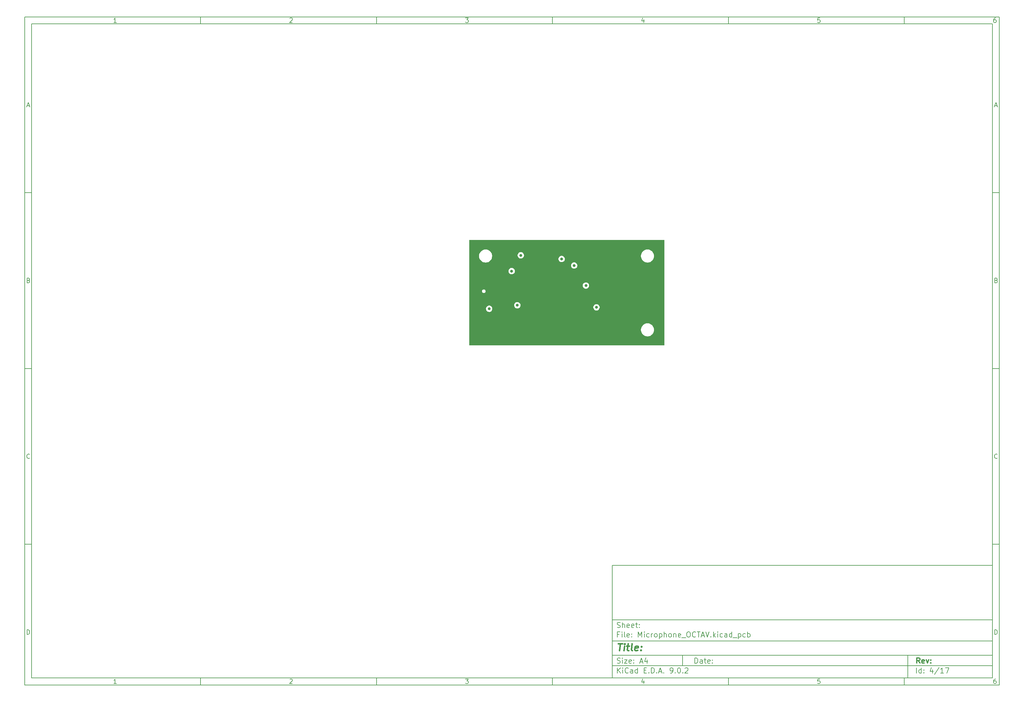
<source format=gbr>
%TF.GenerationSoftware,KiCad,Pcbnew,9.0.2*%
%TF.CreationDate,2025-08-29T05:40:04+02:00*%
%TF.ProjectId,Microphone_OCTAV,4d696372-6f70-4686-9f6e-655f4f435441,rev?*%
%TF.SameCoordinates,Original*%
%TF.FileFunction,Copper,L4,Bot*%
%TF.FilePolarity,Positive*%
%FSLAX46Y46*%
G04 Gerber Fmt 4.6, Leading zero omitted, Abs format (unit mm)*
G04 Created by KiCad (PCBNEW 9.0.2) date 2025-08-29 05:40:04*
%MOMM*%
%LPD*%
G01*
G04 APERTURE LIST*
%ADD10C,0.100000*%
%ADD11C,0.150000*%
%ADD12C,0.300000*%
%ADD13C,0.400000*%
%TA.AperFunction,ViaPad*%
%ADD14C,0.800000*%
%TD*%
G04 APERTURE END LIST*
D10*
D11*
X177002200Y-166007200D02*
X285002200Y-166007200D01*
X285002200Y-198007200D01*
X177002200Y-198007200D01*
X177002200Y-166007200D01*
D10*
D11*
X10000000Y-10000000D02*
X287002200Y-10000000D01*
X287002200Y-200007200D01*
X10000000Y-200007200D01*
X10000000Y-10000000D01*
D10*
D11*
X12000000Y-12000000D02*
X285002200Y-12000000D01*
X285002200Y-198007200D01*
X12000000Y-198007200D01*
X12000000Y-12000000D01*
D10*
D11*
X60000000Y-12000000D02*
X60000000Y-10000000D01*
D10*
D11*
X110000000Y-12000000D02*
X110000000Y-10000000D01*
D10*
D11*
X160000000Y-12000000D02*
X160000000Y-10000000D01*
D10*
D11*
X210000000Y-12000000D02*
X210000000Y-10000000D01*
D10*
D11*
X260000000Y-12000000D02*
X260000000Y-10000000D01*
D10*
D11*
X36089160Y-11593604D02*
X35346303Y-11593604D01*
X35717731Y-11593604D02*
X35717731Y-10293604D01*
X35717731Y-10293604D02*
X35593922Y-10479319D01*
X35593922Y-10479319D02*
X35470112Y-10603128D01*
X35470112Y-10603128D02*
X35346303Y-10665033D01*
D10*
D11*
X85346303Y-10417414D02*
X85408207Y-10355509D01*
X85408207Y-10355509D02*
X85532017Y-10293604D01*
X85532017Y-10293604D02*
X85841541Y-10293604D01*
X85841541Y-10293604D02*
X85965350Y-10355509D01*
X85965350Y-10355509D02*
X86027255Y-10417414D01*
X86027255Y-10417414D02*
X86089160Y-10541223D01*
X86089160Y-10541223D02*
X86089160Y-10665033D01*
X86089160Y-10665033D02*
X86027255Y-10850747D01*
X86027255Y-10850747D02*
X85284398Y-11593604D01*
X85284398Y-11593604D02*
X86089160Y-11593604D01*
D10*
D11*
X135284398Y-10293604D02*
X136089160Y-10293604D01*
X136089160Y-10293604D02*
X135655826Y-10788842D01*
X135655826Y-10788842D02*
X135841541Y-10788842D01*
X135841541Y-10788842D02*
X135965350Y-10850747D01*
X135965350Y-10850747D02*
X136027255Y-10912652D01*
X136027255Y-10912652D02*
X136089160Y-11036461D01*
X136089160Y-11036461D02*
X136089160Y-11345985D01*
X136089160Y-11345985D02*
X136027255Y-11469795D01*
X136027255Y-11469795D02*
X135965350Y-11531700D01*
X135965350Y-11531700D02*
X135841541Y-11593604D01*
X135841541Y-11593604D02*
X135470112Y-11593604D01*
X135470112Y-11593604D02*
X135346303Y-11531700D01*
X135346303Y-11531700D02*
X135284398Y-11469795D01*
D10*
D11*
X185965350Y-10726938D02*
X185965350Y-11593604D01*
X185655826Y-10231700D02*
X185346303Y-11160271D01*
X185346303Y-11160271D02*
X186151064Y-11160271D01*
D10*
D11*
X236027255Y-10293604D02*
X235408207Y-10293604D01*
X235408207Y-10293604D02*
X235346303Y-10912652D01*
X235346303Y-10912652D02*
X235408207Y-10850747D01*
X235408207Y-10850747D02*
X235532017Y-10788842D01*
X235532017Y-10788842D02*
X235841541Y-10788842D01*
X235841541Y-10788842D02*
X235965350Y-10850747D01*
X235965350Y-10850747D02*
X236027255Y-10912652D01*
X236027255Y-10912652D02*
X236089160Y-11036461D01*
X236089160Y-11036461D02*
X236089160Y-11345985D01*
X236089160Y-11345985D02*
X236027255Y-11469795D01*
X236027255Y-11469795D02*
X235965350Y-11531700D01*
X235965350Y-11531700D02*
X235841541Y-11593604D01*
X235841541Y-11593604D02*
X235532017Y-11593604D01*
X235532017Y-11593604D02*
X235408207Y-11531700D01*
X235408207Y-11531700D02*
X235346303Y-11469795D01*
D10*
D11*
X285965350Y-10293604D02*
X285717731Y-10293604D01*
X285717731Y-10293604D02*
X285593922Y-10355509D01*
X285593922Y-10355509D02*
X285532017Y-10417414D01*
X285532017Y-10417414D02*
X285408207Y-10603128D01*
X285408207Y-10603128D02*
X285346303Y-10850747D01*
X285346303Y-10850747D02*
X285346303Y-11345985D01*
X285346303Y-11345985D02*
X285408207Y-11469795D01*
X285408207Y-11469795D02*
X285470112Y-11531700D01*
X285470112Y-11531700D02*
X285593922Y-11593604D01*
X285593922Y-11593604D02*
X285841541Y-11593604D01*
X285841541Y-11593604D02*
X285965350Y-11531700D01*
X285965350Y-11531700D02*
X286027255Y-11469795D01*
X286027255Y-11469795D02*
X286089160Y-11345985D01*
X286089160Y-11345985D02*
X286089160Y-11036461D01*
X286089160Y-11036461D02*
X286027255Y-10912652D01*
X286027255Y-10912652D02*
X285965350Y-10850747D01*
X285965350Y-10850747D02*
X285841541Y-10788842D01*
X285841541Y-10788842D02*
X285593922Y-10788842D01*
X285593922Y-10788842D02*
X285470112Y-10850747D01*
X285470112Y-10850747D02*
X285408207Y-10912652D01*
X285408207Y-10912652D02*
X285346303Y-11036461D01*
D10*
D11*
X60000000Y-198007200D02*
X60000000Y-200007200D01*
D10*
D11*
X110000000Y-198007200D02*
X110000000Y-200007200D01*
D10*
D11*
X160000000Y-198007200D02*
X160000000Y-200007200D01*
D10*
D11*
X210000000Y-198007200D02*
X210000000Y-200007200D01*
D10*
D11*
X260000000Y-198007200D02*
X260000000Y-200007200D01*
D10*
D11*
X36089160Y-199600804D02*
X35346303Y-199600804D01*
X35717731Y-199600804D02*
X35717731Y-198300804D01*
X35717731Y-198300804D02*
X35593922Y-198486519D01*
X35593922Y-198486519D02*
X35470112Y-198610328D01*
X35470112Y-198610328D02*
X35346303Y-198672233D01*
D10*
D11*
X85346303Y-198424614D02*
X85408207Y-198362709D01*
X85408207Y-198362709D02*
X85532017Y-198300804D01*
X85532017Y-198300804D02*
X85841541Y-198300804D01*
X85841541Y-198300804D02*
X85965350Y-198362709D01*
X85965350Y-198362709D02*
X86027255Y-198424614D01*
X86027255Y-198424614D02*
X86089160Y-198548423D01*
X86089160Y-198548423D02*
X86089160Y-198672233D01*
X86089160Y-198672233D02*
X86027255Y-198857947D01*
X86027255Y-198857947D02*
X85284398Y-199600804D01*
X85284398Y-199600804D02*
X86089160Y-199600804D01*
D10*
D11*
X135284398Y-198300804D02*
X136089160Y-198300804D01*
X136089160Y-198300804D02*
X135655826Y-198796042D01*
X135655826Y-198796042D02*
X135841541Y-198796042D01*
X135841541Y-198796042D02*
X135965350Y-198857947D01*
X135965350Y-198857947D02*
X136027255Y-198919852D01*
X136027255Y-198919852D02*
X136089160Y-199043661D01*
X136089160Y-199043661D02*
X136089160Y-199353185D01*
X136089160Y-199353185D02*
X136027255Y-199476995D01*
X136027255Y-199476995D02*
X135965350Y-199538900D01*
X135965350Y-199538900D02*
X135841541Y-199600804D01*
X135841541Y-199600804D02*
X135470112Y-199600804D01*
X135470112Y-199600804D02*
X135346303Y-199538900D01*
X135346303Y-199538900D02*
X135284398Y-199476995D01*
D10*
D11*
X185965350Y-198734138D02*
X185965350Y-199600804D01*
X185655826Y-198238900D02*
X185346303Y-199167471D01*
X185346303Y-199167471D02*
X186151064Y-199167471D01*
D10*
D11*
X236027255Y-198300804D02*
X235408207Y-198300804D01*
X235408207Y-198300804D02*
X235346303Y-198919852D01*
X235346303Y-198919852D02*
X235408207Y-198857947D01*
X235408207Y-198857947D02*
X235532017Y-198796042D01*
X235532017Y-198796042D02*
X235841541Y-198796042D01*
X235841541Y-198796042D02*
X235965350Y-198857947D01*
X235965350Y-198857947D02*
X236027255Y-198919852D01*
X236027255Y-198919852D02*
X236089160Y-199043661D01*
X236089160Y-199043661D02*
X236089160Y-199353185D01*
X236089160Y-199353185D02*
X236027255Y-199476995D01*
X236027255Y-199476995D02*
X235965350Y-199538900D01*
X235965350Y-199538900D02*
X235841541Y-199600804D01*
X235841541Y-199600804D02*
X235532017Y-199600804D01*
X235532017Y-199600804D02*
X235408207Y-199538900D01*
X235408207Y-199538900D02*
X235346303Y-199476995D01*
D10*
D11*
X285965350Y-198300804D02*
X285717731Y-198300804D01*
X285717731Y-198300804D02*
X285593922Y-198362709D01*
X285593922Y-198362709D02*
X285532017Y-198424614D01*
X285532017Y-198424614D02*
X285408207Y-198610328D01*
X285408207Y-198610328D02*
X285346303Y-198857947D01*
X285346303Y-198857947D02*
X285346303Y-199353185D01*
X285346303Y-199353185D02*
X285408207Y-199476995D01*
X285408207Y-199476995D02*
X285470112Y-199538900D01*
X285470112Y-199538900D02*
X285593922Y-199600804D01*
X285593922Y-199600804D02*
X285841541Y-199600804D01*
X285841541Y-199600804D02*
X285965350Y-199538900D01*
X285965350Y-199538900D02*
X286027255Y-199476995D01*
X286027255Y-199476995D02*
X286089160Y-199353185D01*
X286089160Y-199353185D02*
X286089160Y-199043661D01*
X286089160Y-199043661D02*
X286027255Y-198919852D01*
X286027255Y-198919852D02*
X285965350Y-198857947D01*
X285965350Y-198857947D02*
X285841541Y-198796042D01*
X285841541Y-198796042D02*
X285593922Y-198796042D01*
X285593922Y-198796042D02*
X285470112Y-198857947D01*
X285470112Y-198857947D02*
X285408207Y-198919852D01*
X285408207Y-198919852D02*
X285346303Y-199043661D01*
D10*
D11*
X10000000Y-60000000D02*
X12000000Y-60000000D01*
D10*
D11*
X10000000Y-110000000D02*
X12000000Y-110000000D01*
D10*
D11*
X10000000Y-160000000D02*
X12000000Y-160000000D01*
D10*
D11*
X10690476Y-35222176D02*
X11309523Y-35222176D01*
X10566666Y-35593604D02*
X10999999Y-34293604D01*
X10999999Y-34293604D02*
X11433333Y-35593604D01*
D10*
D11*
X11092857Y-84912652D02*
X11278571Y-84974557D01*
X11278571Y-84974557D02*
X11340476Y-85036461D01*
X11340476Y-85036461D02*
X11402380Y-85160271D01*
X11402380Y-85160271D02*
X11402380Y-85345985D01*
X11402380Y-85345985D02*
X11340476Y-85469795D01*
X11340476Y-85469795D02*
X11278571Y-85531700D01*
X11278571Y-85531700D02*
X11154761Y-85593604D01*
X11154761Y-85593604D02*
X10659523Y-85593604D01*
X10659523Y-85593604D02*
X10659523Y-84293604D01*
X10659523Y-84293604D02*
X11092857Y-84293604D01*
X11092857Y-84293604D02*
X11216666Y-84355509D01*
X11216666Y-84355509D02*
X11278571Y-84417414D01*
X11278571Y-84417414D02*
X11340476Y-84541223D01*
X11340476Y-84541223D02*
X11340476Y-84665033D01*
X11340476Y-84665033D02*
X11278571Y-84788842D01*
X11278571Y-84788842D02*
X11216666Y-84850747D01*
X11216666Y-84850747D02*
X11092857Y-84912652D01*
X11092857Y-84912652D02*
X10659523Y-84912652D01*
D10*
D11*
X11402380Y-135469795D02*
X11340476Y-135531700D01*
X11340476Y-135531700D02*
X11154761Y-135593604D01*
X11154761Y-135593604D02*
X11030952Y-135593604D01*
X11030952Y-135593604D02*
X10845238Y-135531700D01*
X10845238Y-135531700D02*
X10721428Y-135407890D01*
X10721428Y-135407890D02*
X10659523Y-135284080D01*
X10659523Y-135284080D02*
X10597619Y-135036461D01*
X10597619Y-135036461D02*
X10597619Y-134850747D01*
X10597619Y-134850747D02*
X10659523Y-134603128D01*
X10659523Y-134603128D02*
X10721428Y-134479319D01*
X10721428Y-134479319D02*
X10845238Y-134355509D01*
X10845238Y-134355509D02*
X11030952Y-134293604D01*
X11030952Y-134293604D02*
X11154761Y-134293604D01*
X11154761Y-134293604D02*
X11340476Y-134355509D01*
X11340476Y-134355509D02*
X11402380Y-134417414D01*
D10*
D11*
X10659523Y-185593604D02*
X10659523Y-184293604D01*
X10659523Y-184293604D02*
X10969047Y-184293604D01*
X10969047Y-184293604D02*
X11154761Y-184355509D01*
X11154761Y-184355509D02*
X11278571Y-184479319D01*
X11278571Y-184479319D02*
X11340476Y-184603128D01*
X11340476Y-184603128D02*
X11402380Y-184850747D01*
X11402380Y-184850747D02*
X11402380Y-185036461D01*
X11402380Y-185036461D02*
X11340476Y-185284080D01*
X11340476Y-185284080D02*
X11278571Y-185407890D01*
X11278571Y-185407890D02*
X11154761Y-185531700D01*
X11154761Y-185531700D02*
X10969047Y-185593604D01*
X10969047Y-185593604D02*
X10659523Y-185593604D01*
D10*
D11*
X287002200Y-60000000D02*
X285002200Y-60000000D01*
D10*
D11*
X287002200Y-110000000D02*
X285002200Y-110000000D01*
D10*
D11*
X287002200Y-160000000D02*
X285002200Y-160000000D01*
D10*
D11*
X285692676Y-35222176D02*
X286311723Y-35222176D01*
X285568866Y-35593604D02*
X286002199Y-34293604D01*
X286002199Y-34293604D02*
X286435533Y-35593604D01*
D10*
D11*
X286095057Y-84912652D02*
X286280771Y-84974557D01*
X286280771Y-84974557D02*
X286342676Y-85036461D01*
X286342676Y-85036461D02*
X286404580Y-85160271D01*
X286404580Y-85160271D02*
X286404580Y-85345985D01*
X286404580Y-85345985D02*
X286342676Y-85469795D01*
X286342676Y-85469795D02*
X286280771Y-85531700D01*
X286280771Y-85531700D02*
X286156961Y-85593604D01*
X286156961Y-85593604D02*
X285661723Y-85593604D01*
X285661723Y-85593604D02*
X285661723Y-84293604D01*
X285661723Y-84293604D02*
X286095057Y-84293604D01*
X286095057Y-84293604D02*
X286218866Y-84355509D01*
X286218866Y-84355509D02*
X286280771Y-84417414D01*
X286280771Y-84417414D02*
X286342676Y-84541223D01*
X286342676Y-84541223D02*
X286342676Y-84665033D01*
X286342676Y-84665033D02*
X286280771Y-84788842D01*
X286280771Y-84788842D02*
X286218866Y-84850747D01*
X286218866Y-84850747D02*
X286095057Y-84912652D01*
X286095057Y-84912652D02*
X285661723Y-84912652D01*
D10*
D11*
X286404580Y-135469795D02*
X286342676Y-135531700D01*
X286342676Y-135531700D02*
X286156961Y-135593604D01*
X286156961Y-135593604D02*
X286033152Y-135593604D01*
X286033152Y-135593604D02*
X285847438Y-135531700D01*
X285847438Y-135531700D02*
X285723628Y-135407890D01*
X285723628Y-135407890D02*
X285661723Y-135284080D01*
X285661723Y-135284080D02*
X285599819Y-135036461D01*
X285599819Y-135036461D02*
X285599819Y-134850747D01*
X285599819Y-134850747D02*
X285661723Y-134603128D01*
X285661723Y-134603128D02*
X285723628Y-134479319D01*
X285723628Y-134479319D02*
X285847438Y-134355509D01*
X285847438Y-134355509D02*
X286033152Y-134293604D01*
X286033152Y-134293604D02*
X286156961Y-134293604D01*
X286156961Y-134293604D02*
X286342676Y-134355509D01*
X286342676Y-134355509D02*
X286404580Y-134417414D01*
D10*
D11*
X285661723Y-185593604D02*
X285661723Y-184293604D01*
X285661723Y-184293604D02*
X285971247Y-184293604D01*
X285971247Y-184293604D02*
X286156961Y-184355509D01*
X286156961Y-184355509D02*
X286280771Y-184479319D01*
X286280771Y-184479319D02*
X286342676Y-184603128D01*
X286342676Y-184603128D02*
X286404580Y-184850747D01*
X286404580Y-184850747D02*
X286404580Y-185036461D01*
X286404580Y-185036461D02*
X286342676Y-185284080D01*
X286342676Y-185284080D02*
X286280771Y-185407890D01*
X286280771Y-185407890D02*
X286156961Y-185531700D01*
X286156961Y-185531700D02*
X285971247Y-185593604D01*
X285971247Y-185593604D02*
X285661723Y-185593604D01*
D10*
D11*
X200458026Y-193793328D02*
X200458026Y-192293328D01*
X200458026Y-192293328D02*
X200815169Y-192293328D01*
X200815169Y-192293328D02*
X201029455Y-192364757D01*
X201029455Y-192364757D02*
X201172312Y-192507614D01*
X201172312Y-192507614D02*
X201243741Y-192650471D01*
X201243741Y-192650471D02*
X201315169Y-192936185D01*
X201315169Y-192936185D02*
X201315169Y-193150471D01*
X201315169Y-193150471D02*
X201243741Y-193436185D01*
X201243741Y-193436185D02*
X201172312Y-193579042D01*
X201172312Y-193579042D02*
X201029455Y-193721900D01*
X201029455Y-193721900D02*
X200815169Y-193793328D01*
X200815169Y-193793328D02*
X200458026Y-193793328D01*
X202600884Y-193793328D02*
X202600884Y-193007614D01*
X202600884Y-193007614D02*
X202529455Y-192864757D01*
X202529455Y-192864757D02*
X202386598Y-192793328D01*
X202386598Y-192793328D02*
X202100884Y-192793328D01*
X202100884Y-192793328D02*
X201958026Y-192864757D01*
X202600884Y-193721900D02*
X202458026Y-193793328D01*
X202458026Y-193793328D02*
X202100884Y-193793328D01*
X202100884Y-193793328D02*
X201958026Y-193721900D01*
X201958026Y-193721900D02*
X201886598Y-193579042D01*
X201886598Y-193579042D02*
X201886598Y-193436185D01*
X201886598Y-193436185D02*
X201958026Y-193293328D01*
X201958026Y-193293328D02*
X202100884Y-193221900D01*
X202100884Y-193221900D02*
X202458026Y-193221900D01*
X202458026Y-193221900D02*
X202600884Y-193150471D01*
X203100884Y-192793328D02*
X203672312Y-192793328D01*
X203315169Y-192293328D02*
X203315169Y-193579042D01*
X203315169Y-193579042D02*
X203386598Y-193721900D01*
X203386598Y-193721900D02*
X203529455Y-193793328D01*
X203529455Y-193793328D02*
X203672312Y-193793328D01*
X204743741Y-193721900D02*
X204600884Y-193793328D01*
X204600884Y-193793328D02*
X204315170Y-193793328D01*
X204315170Y-193793328D02*
X204172312Y-193721900D01*
X204172312Y-193721900D02*
X204100884Y-193579042D01*
X204100884Y-193579042D02*
X204100884Y-193007614D01*
X204100884Y-193007614D02*
X204172312Y-192864757D01*
X204172312Y-192864757D02*
X204315170Y-192793328D01*
X204315170Y-192793328D02*
X204600884Y-192793328D01*
X204600884Y-192793328D02*
X204743741Y-192864757D01*
X204743741Y-192864757D02*
X204815170Y-193007614D01*
X204815170Y-193007614D02*
X204815170Y-193150471D01*
X204815170Y-193150471D02*
X204100884Y-193293328D01*
X205458026Y-193650471D02*
X205529455Y-193721900D01*
X205529455Y-193721900D02*
X205458026Y-193793328D01*
X205458026Y-193793328D02*
X205386598Y-193721900D01*
X205386598Y-193721900D02*
X205458026Y-193650471D01*
X205458026Y-193650471D02*
X205458026Y-193793328D01*
X205458026Y-192864757D02*
X205529455Y-192936185D01*
X205529455Y-192936185D02*
X205458026Y-193007614D01*
X205458026Y-193007614D02*
X205386598Y-192936185D01*
X205386598Y-192936185D02*
X205458026Y-192864757D01*
X205458026Y-192864757D02*
X205458026Y-193007614D01*
D10*
D11*
X177002200Y-194507200D02*
X285002200Y-194507200D01*
D10*
D11*
X178458026Y-196593328D02*
X178458026Y-195093328D01*
X179315169Y-196593328D02*
X178672312Y-195736185D01*
X179315169Y-195093328D02*
X178458026Y-195950471D01*
X179958026Y-196593328D02*
X179958026Y-195593328D01*
X179958026Y-195093328D02*
X179886598Y-195164757D01*
X179886598Y-195164757D02*
X179958026Y-195236185D01*
X179958026Y-195236185D02*
X180029455Y-195164757D01*
X180029455Y-195164757D02*
X179958026Y-195093328D01*
X179958026Y-195093328D02*
X179958026Y-195236185D01*
X181529455Y-196450471D02*
X181458027Y-196521900D01*
X181458027Y-196521900D02*
X181243741Y-196593328D01*
X181243741Y-196593328D02*
X181100884Y-196593328D01*
X181100884Y-196593328D02*
X180886598Y-196521900D01*
X180886598Y-196521900D02*
X180743741Y-196379042D01*
X180743741Y-196379042D02*
X180672312Y-196236185D01*
X180672312Y-196236185D02*
X180600884Y-195950471D01*
X180600884Y-195950471D02*
X180600884Y-195736185D01*
X180600884Y-195736185D02*
X180672312Y-195450471D01*
X180672312Y-195450471D02*
X180743741Y-195307614D01*
X180743741Y-195307614D02*
X180886598Y-195164757D01*
X180886598Y-195164757D02*
X181100884Y-195093328D01*
X181100884Y-195093328D02*
X181243741Y-195093328D01*
X181243741Y-195093328D02*
X181458027Y-195164757D01*
X181458027Y-195164757D02*
X181529455Y-195236185D01*
X182815170Y-196593328D02*
X182815170Y-195807614D01*
X182815170Y-195807614D02*
X182743741Y-195664757D01*
X182743741Y-195664757D02*
X182600884Y-195593328D01*
X182600884Y-195593328D02*
X182315170Y-195593328D01*
X182315170Y-195593328D02*
X182172312Y-195664757D01*
X182815170Y-196521900D02*
X182672312Y-196593328D01*
X182672312Y-196593328D02*
X182315170Y-196593328D01*
X182315170Y-196593328D02*
X182172312Y-196521900D01*
X182172312Y-196521900D02*
X182100884Y-196379042D01*
X182100884Y-196379042D02*
X182100884Y-196236185D01*
X182100884Y-196236185D02*
X182172312Y-196093328D01*
X182172312Y-196093328D02*
X182315170Y-196021900D01*
X182315170Y-196021900D02*
X182672312Y-196021900D01*
X182672312Y-196021900D02*
X182815170Y-195950471D01*
X184172313Y-196593328D02*
X184172313Y-195093328D01*
X184172313Y-196521900D02*
X184029455Y-196593328D01*
X184029455Y-196593328D02*
X183743741Y-196593328D01*
X183743741Y-196593328D02*
X183600884Y-196521900D01*
X183600884Y-196521900D02*
X183529455Y-196450471D01*
X183529455Y-196450471D02*
X183458027Y-196307614D01*
X183458027Y-196307614D02*
X183458027Y-195879042D01*
X183458027Y-195879042D02*
X183529455Y-195736185D01*
X183529455Y-195736185D02*
X183600884Y-195664757D01*
X183600884Y-195664757D02*
X183743741Y-195593328D01*
X183743741Y-195593328D02*
X184029455Y-195593328D01*
X184029455Y-195593328D02*
X184172313Y-195664757D01*
X186029455Y-195807614D02*
X186529455Y-195807614D01*
X186743741Y-196593328D02*
X186029455Y-196593328D01*
X186029455Y-196593328D02*
X186029455Y-195093328D01*
X186029455Y-195093328D02*
X186743741Y-195093328D01*
X187386598Y-196450471D02*
X187458027Y-196521900D01*
X187458027Y-196521900D02*
X187386598Y-196593328D01*
X187386598Y-196593328D02*
X187315170Y-196521900D01*
X187315170Y-196521900D02*
X187386598Y-196450471D01*
X187386598Y-196450471D02*
X187386598Y-196593328D01*
X188100884Y-196593328D02*
X188100884Y-195093328D01*
X188100884Y-195093328D02*
X188458027Y-195093328D01*
X188458027Y-195093328D02*
X188672313Y-195164757D01*
X188672313Y-195164757D02*
X188815170Y-195307614D01*
X188815170Y-195307614D02*
X188886599Y-195450471D01*
X188886599Y-195450471D02*
X188958027Y-195736185D01*
X188958027Y-195736185D02*
X188958027Y-195950471D01*
X188958027Y-195950471D02*
X188886599Y-196236185D01*
X188886599Y-196236185D02*
X188815170Y-196379042D01*
X188815170Y-196379042D02*
X188672313Y-196521900D01*
X188672313Y-196521900D02*
X188458027Y-196593328D01*
X188458027Y-196593328D02*
X188100884Y-196593328D01*
X189600884Y-196450471D02*
X189672313Y-196521900D01*
X189672313Y-196521900D02*
X189600884Y-196593328D01*
X189600884Y-196593328D02*
X189529456Y-196521900D01*
X189529456Y-196521900D02*
X189600884Y-196450471D01*
X189600884Y-196450471D02*
X189600884Y-196593328D01*
X190243742Y-196164757D02*
X190958028Y-196164757D01*
X190100885Y-196593328D02*
X190600885Y-195093328D01*
X190600885Y-195093328D02*
X191100885Y-196593328D01*
X191600884Y-196450471D02*
X191672313Y-196521900D01*
X191672313Y-196521900D02*
X191600884Y-196593328D01*
X191600884Y-196593328D02*
X191529456Y-196521900D01*
X191529456Y-196521900D02*
X191600884Y-196450471D01*
X191600884Y-196450471D02*
X191600884Y-196593328D01*
X193529456Y-196593328D02*
X193815170Y-196593328D01*
X193815170Y-196593328D02*
X193958027Y-196521900D01*
X193958027Y-196521900D02*
X194029456Y-196450471D01*
X194029456Y-196450471D02*
X194172313Y-196236185D01*
X194172313Y-196236185D02*
X194243742Y-195950471D01*
X194243742Y-195950471D02*
X194243742Y-195379042D01*
X194243742Y-195379042D02*
X194172313Y-195236185D01*
X194172313Y-195236185D02*
X194100885Y-195164757D01*
X194100885Y-195164757D02*
X193958027Y-195093328D01*
X193958027Y-195093328D02*
X193672313Y-195093328D01*
X193672313Y-195093328D02*
X193529456Y-195164757D01*
X193529456Y-195164757D02*
X193458027Y-195236185D01*
X193458027Y-195236185D02*
X193386599Y-195379042D01*
X193386599Y-195379042D02*
X193386599Y-195736185D01*
X193386599Y-195736185D02*
X193458027Y-195879042D01*
X193458027Y-195879042D02*
X193529456Y-195950471D01*
X193529456Y-195950471D02*
X193672313Y-196021900D01*
X193672313Y-196021900D02*
X193958027Y-196021900D01*
X193958027Y-196021900D02*
X194100885Y-195950471D01*
X194100885Y-195950471D02*
X194172313Y-195879042D01*
X194172313Y-195879042D02*
X194243742Y-195736185D01*
X194886598Y-196450471D02*
X194958027Y-196521900D01*
X194958027Y-196521900D02*
X194886598Y-196593328D01*
X194886598Y-196593328D02*
X194815170Y-196521900D01*
X194815170Y-196521900D02*
X194886598Y-196450471D01*
X194886598Y-196450471D02*
X194886598Y-196593328D01*
X195886599Y-195093328D02*
X196029456Y-195093328D01*
X196029456Y-195093328D02*
X196172313Y-195164757D01*
X196172313Y-195164757D02*
X196243742Y-195236185D01*
X196243742Y-195236185D02*
X196315170Y-195379042D01*
X196315170Y-195379042D02*
X196386599Y-195664757D01*
X196386599Y-195664757D02*
X196386599Y-196021900D01*
X196386599Y-196021900D02*
X196315170Y-196307614D01*
X196315170Y-196307614D02*
X196243742Y-196450471D01*
X196243742Y-196450471D02*
X196172313Y-196521900D01*
X196172313Y-196521900D02*
X196029456Y-196593328D01*
X196029456Y-196593328D02*
X195886599Y-196593328D01*
X195886599Y-196593328D02*
X195743742Y-196521900D01*
X195743742Y-196521900D02*
X195672313Y-196450471D01*
X195672313Y-196450471D02*
X195600884Y-196307614D01*
X195600884Y-196307614D02*
X195529456Y-196021900D01*
X195529456Y-196021900D02*
X195529456Y-195664757D01*
X195529456Y-195664757D02*
X195600884Y-195379042D01*
X195600884Y-195379042D02*
X195672313Y-195236185D01*
X195672313Y-195236185D02*
X195743742Y-195164757D01*
X195743742Y-195164757D02*
X195886599Y-195093328D01*
X197029455Y-196450471D02*
X197100884Y-196521900D01*
X197100884Y-196521900D02*
X197029455Y-196593328D01*
X197029455Y-196593328D02*
X196958027Y-196521900D01*
X196958027Y-196521900D02*
X197029455Y-196450471D01*
X197029455Y-196450471D02*
X197029455Y-196593328D01*
X197672313Y-195236185D02*
X197743741Y-195164757D01*
X197743741Y-195164757D02*
X197886599Y-195093328D01*
X197886599Y-195093328D02*
X198243741Y-195093328D01*
X198243741Y-195093328D02*
X198386599Y-195164757D01*
X198386599Y-195164757D02*
X198458027Y-195236185D01*
X198458027Y-195236185D02*
X198529456Y-195379042D01*
X198529456Y-195379042D02*
X198529456Y-195521900D01*
X198529456Y-195521900D02*
X198458027Y-195736185D01*
X198458027Y-195736185D02*
X197600884Y-196593328D01*
X197600884Y-196593328D02*
X198529456Y-196593328D01*
D10*
D11*
X177002200Y-191507200D02*
X285002200Y-191507200D01*
D10*
D12*
X264413853Y-193785528D02*
X263913853Y-193071242D01*
X263556710Y-193785528D02*
X263556710Y-192285528D01*
X263556710Y-192285528D02*
X264128139Y-192285528D01*
X264128139Y-192285528D02*
X264270996Y-192356957D01*
X264270996Y-192356957D02*
X264342425Y-192428385D01*
X264342425Y-192428385D02*
X264413853Y-192571242D01*
X264413853Y-192571242D02*
X264413853Y-192785528D01*
X264413853Y-192785528D02*
X264342425Y-192928385D01*
X264342425Y-192928385D02*
X264270996Y-192999814D01*
X264270996Y-192999814D02*
X264128139Y-193071242D01*
X264128139Y-193071242D02*
X263556710Y-193071242D01*
X265628139Y-193714100D02*
X265485282Y-193785528D01*
X265485282Y-193785528D02*
X265199568Y-193785528D01*
X265199568Y-193785528D02*
X265056710Y-193714100D01*
X265056710Y-193714100D02*
X264985282Y-193571242D01*
X264985282Y-193571242D02*
X264985282Y-192999814D01*
X264985282Y-192999814D02*
X265056710Y-192856957D01*
X265056710Y-192856957D02*
X265199568Y-192785528D01*
X265199568Y-192785528D02*
X265485282Y-192785528D01*
X265485282Y-192785528D02*
X265628139Y-192856957D01*
X265628139Y-192856957D02*
X265699568Y-192999814D01*
X265699568Y-192999814D02*
X265699568Y-193142671D01*
X265699568Y-193142671D02*
X264985282Y-193285528D01*
X266199567Y-192785528D02*
X266556710Y-193785528D01*
X266556710Y-193785528D02*
X266913853Y-192785528D01*
X267485281Y-193642671D02*
X267556710Y-193714100D01*
X267556710Y-193714100D02*
X267485281Y-193785528D01*
X267485281Y-193785528D02*
X267413853Y-193714100D01*
X267413853Y-193714100D02*
X267485281Y-193642671D01*
X267485281Y-193642671D02*
X267485281Y-193785528D01*
X267485281Y-192856957D02*
X267556710Y-192928385D01*
X267556710Y-192928385D02*
X267485281Y-192999814D01*
X267485281Y-192999814D02*
X267413853Y-192928385D01*
X267413853Y-192928385D02*
X267485281Y-192856957D01*
X267485281Y-192856957D02*
X267485281Y-192999814D01*
D10*
D11*
X178386598Y-193721900D02*
X178600884Y-193793328D01*
X178600884Y-193793328D02*
X178958026Y-193793328D01*
X178958026Y-193793328D02*
X179100884Y-193721900D01*
X179100884Y-193721900D02*
X179172312Y-193650471D01*
X179172312Y-193650471D02*
X179243741Y-193507614D01*
X179243741Y-193507614D02*
X179243741Y-193364757D01*
X179243741Y-193364757D02*
X179172312Y-193221900D01*
X179172312Y-193221900D02*
X179100884Y-193150471D01*
X179100884Y-193150471D02*
X178958026Y-193079042D01*
X178958026Y-193079042D02*
X178672312Y-193007614D01*
X178672312Y-193007614D02*
X178529455Y-192936185D01*
X178529455Y-192936185D02*
X178458026Y-192864757D01*
X178458026Y-192864757D02*
X178386598Y-192721900D01*
X178386598Y-192721900D02*
X178386598Y-192579042D01*
X178386598Y-192579042D02*
X178458026Y-192436185D01*
X178458026Y-192436185D02*
X178529455Y-192364757D01*
X178529455Y-192364757D02*
X178672312Y-192293328D01*
X178672312Y-192293328D02*
X179029455Y-192293328D01*
X179029455Y-192293328D02*
X179243741Y-192364757D01*
X179886597Y-193793328D02*
X179886597Y-192793328D01*
X179886597Y-192293328D02*
X179815169Y-192364757D01*
X179815169Y-192364757D02*
X179886597Y-192436185D01*
X179886597Y-192436185D02*
X179958026Y-192364757D01*
X179958026Y-192364757D02*
X179886597Y-192293328D01*
X179886597Y-192293328D02*
X179886597Y-192436185D01*
X180458026Y-192793328D02*
X181243741Y-192793328D01*
X181243741Y-192793328D02*
X180458026Y-193793328D01*
X180458026Y-193793328D02*
X181243741Y-193793328D01*
X182386598Y-193721900D02*
X182243741Y-193793328D01*
X182243741Y-193793328D02*
X181958027Y-193793328D01*
X181958027Y-193793328D02*
X181815169Y-193721900D01*
X181815169Y-193721900D02*
X181743741Y-193579042D01*
X181743741Y-193579042D02*
X181743741Y-193007614D01*
X181743741Y-193007614D02*
X181815169Y-192864757D01*
X181815169Y-192864757D02*
X181958027Y-192793328D01*
X181958027Y-192793328D02*
X182243741Y-192793328D01*
X182243741Y-192793328D02*
X182386598Y-192864757D01*
X182386598Y-192864757D02*
X182458027Y-193007614D01*
X182458027Y-193007614D02*
X182458027Y-193150471D01*
X182458027Y-193150471D02*
X181743741Y-193293328D01*
X183100883Y-193650471D02*
X183172312Y-193721900D01*
X183172312Y-193721900D02*
X183100883Y-193793328D01*
X183100883Y-193793328D02*
X183029455Y-193721900D01*
X183029455Y-193721900D02*
X183100883Y-193650471D01*
X183100883Y-193650471D02*
X183100883Y-193793328D01*
X183100883Y-192864757D02*
X183172312Y-192936185D01*
X183172312Y-192936185D02*
X183100883Y-193007614D01*
X183100883Y-193007614D02*
X183029455Y-192936185D01*
X183029455Y-192936185D02*
X183100883Y-192864757D01*
X183100883Y-192864757D02*
X183100883Y-193007614D01*
X184886598Y-193364757D02*
X185600884Y-193364757D01*
X184743741Y-193793328D02*
X185243741Y-192293328D01*
X185243741Y-192293328D02*
X185743741Y-193793328D01*
X186886598Y-192793328D02*
X186886598Y-193793328D01*
X186529455Y-192221900D02*
X186172312Y-193293328D01*
X186172312Y-193293328D02*
X187100883Y-193293328D01*
D10*
D11*
X263458026Y-196593328D02*
X263458026Y-195093328D01*
X264815170Y-196593328D02*
X264815170Y-195093328D01*
X264815170Y-196521900D02*
X264672312Y-196593328D01*
X264672312Y-196593328D02*
X264386598Y-196593328D01*
X264386598Y-196593328D02*
X264243741Y-196521900D01*
X264243741Y-196521900D02*
X264172312Y-196450471D01*
X264172312Y-196450471D02*
X264100884Y-196307614D01*
X264100884Y-196307614D02*
X264100884Y-195879042D01*
X264100884Y-195879042D02*
X264172312Y-195736185D01*
X264172312Y-195736185D02*
X264243741Y-195664757D01*
X264243741Y-195664757D02*
X264386598Y-195593328D01*
X264386598Y-195593328D02*
X264672312Y-195593328D01*
X264672312Y-195593328D02*
X264815170Y-195664757D01*
X265529455Y-196450471D02*
X265600884Y-196521900D01*
X265600884Y-196521900D02*
X265529455Y-196593328D01*
X265529455Y-196593328D02*
X265458027Y-196521900D01*
X265458027Y-196521900D02*
X265529455Y-196450471D01*
X265529455Y-196450471D02*
X265529455Y-196593328D01*
X265529455Y-195664757D02*
X265600884Y-195736185D01*
X265600884Y-195736185D02*
X265529455Y-195807614D01*
X265529455Y-195807614D02*
X265458027Y-195736185D01*
X265458027Y-195736185D02*
X265529455Y-195664757D01*
X265529455Y-195664757D02*
X265529455Y-195807614D01*
X268029456Y-195593328D02*
X268029456Y-196593328D01*
X267672313Y-195021900D02*
X267315170Y-196093328D01*
X267315170Y-196093328D02*
X268243741Y-196093328D01*
X269886598Y-195021900D02*
X268600884Y-196950471D01*
X271172313Y-196593328D02*
X270315170Y-196593328D01*
X270743741Y-196593328D02*
X270743741Y-195093328D01*
X270743741Y-195093328D02*
X270600884Y-195307614D01*
X270600884Y-195307614D02*
X270458027Y-195450471D01*
X270458027Y-195450471D02*
X270315170Y-195521900D01*
X271672312Y-195093328D02*
X272672312Y-195093328D01*
X272672312Y-195093328D02*
X272029455Y-196593328D01*
D10*
D11*
X177002200Y-187507200D02*
X285002200Y-187507200D01*
D10*
D13*
X178693928Y-188211638D02*
X179836785Y-188211638D01*
X179015357Y-190211638D02*
X179265357Y-188211638D01*
X180253452Y-190211638D02*
X180420119Y-188878304D01*
X180503452Y-188211638D02*
X180396309Y-188306876D01*
X180396309Y-188306876D02*
X180479643Y-188402114D01*
X180479643Y-188402114D02*
X180586786Y-188306876D01*
X180586786Y-188306876D02*
X180503452Y-188211638D01*
X180503452Y-188211638D02*
X180479643Y-188402114D01*
X181086786Y-188878304D02*
X181848690Y-188878304D01*
X181455833Y-188211638D02*
X181241548Y-189925923D01*
X181241548Y-189925923D02*
X181312976Y-190116400D01*
X181312976Y-190116400D02*
X181491548Y-190211638D01*
X181491548Y-190211638D02*
X181682024Y-190211638D01*
X182634405Y-190211638D02*
X182455833Y-190116400D01*
X182455833Y-190116400D02*
X182384405Y-189925923D01*
X182384405Y-189925923D02*
X182598690Y-188211638D01*
X184170119Y-190116400D02*
X183967738Y-190211638D01*
X183967738Y-190211638D02*
X183586785Y-190211638D01*
X183586785Y-190211638D02*
X183408214Y-190116400D01*
X183408214Y-190116400D02*
X183336785Y-189925923D01*
X183336785Y-189925923D02*
X183432024Y-189164019D01*
X183432024Y-189164019D02*
X183551071Y-188973542D01*
X183551071Y-188973542D02*
X183753452Y-188878304D01*
X183753452Y-188878304D02*
X184134404Y-188878304D01*
X184134404Y-188878304D02*
X184312976Y-188973542D01*
X184312976Y-188973542D02*
X184384404Y-189164019D01*
X184384404Y-189164019D02*
X184360595Y-189354495D01*
X184360595Y-189354495D02*
X183384404Y-189544971D01*
X185134405Y-190021161D02*
X185217738Y-190116400D01*
X185217738Y-190116400D02*
X185110595Y-190211638D01*
X185110595Y-190211638D02*
X185027262Y-190116400D01*
X185027262Y-190116400D02*
X185134405Y-190021161D01*
X185134405Y-190021161D02*
X185110595Y-190211638D01*
X185265357Y-188973542D02*
X185348690Y-189068780D01*
X185348690Y-189068780D02*
X185241548Y-189164019D01*
X185241548Y-189164019D02*
X185158214Y-189068780D01*
X185158214Y-189068780D02*
X185265357Y-188973542D01*
X185265357Y-188973542D02*
X185241548Y-189164019D01*
D10*
D11*
X178958026Y-185607614D02*
X178458026Y-185607614D01*
X178458026Y-186393328D02*
X178458026Y-184893328D01*
X178458026Y-184893328D02*
X179172312Y-184893328D01*
X179743740Y-186393328D02*
X179743740Y-185393328D01*
X179743740Y-184893328D02*
X179672312Y-184964757D01*
X179672312Y-184964757D02*
X179743740Y-185036185D01*
X179743740Y-185036185D02*
X179815169Y-184964757D01*
X179815169Y-184964757D02*
X179743740Y-184893328D01*
X179743740Y-184893328D02*
X179743740Y-185036185D01*
X180672312Y-186393328D02*
X180529455Y-186321900D01*
X180529455Y-186321900D02*
X180458026Y-186179042D01*
X180458026Y-186179042D02*
X180458026Y-184893328D01*
X181815169Y-186321900D02*
X181672312Y-186393328D01*
X181672312Y-186393328D02*
X181386598Y-186393328D01*
X181386598Y-186393328D02*
X181243740Y-186321900D01*
X181243740Y-186321900D02*
X181172312Y-186179042D01*
X181172312Y-186179042D02*
X181172312Y-185607614D01*
X181172312Y-185607614D02*
X181243740Y-185464757D01*
X181243740Y-185464757D02*
X181386598Y-185393328D01*
X181386598Y-185393328D02*
X181672312Y-185393328D01*
X181672312Y-185393328D02*
X181815169Y-185464757D01*
X181815169Y-185464757D02*
X181886598Y-185607614D01*
X181886598Y-185607614D02*
X181886598Y-185750471D01*
X181886598Y-185750471D02*
X181172312Y-185893328D01*
X182529454Y-186250471D02*
X182600883Y-186321900D01*
X182600883Y-186321900D02*
X182529454Y-186393328D01*
X182529454Y-186393328D02*
X182458026Y-186321900D01*
X182458026Y-186321900D02*
X182529454Y-186250471D01*
X182529454Y-186250471D02*
X182529454Y-186393328D01*
X182529454Y-185464757D02*
X182600883Y-185536185D01*
X182600883Y-185536185D02*
X182529454Y-185607614D01*
X182529454Y-185607614D02*
X182458026Y-185536185D01*
X182458026Y-185536185D02*
X182529454Y-185464757D01*
X182529454Y-185464757D02*
X182529454Y-185607614D01*
X184386597Y-186393328D02*
X184386597Y-184893328D01*
X184386597Y-184893328D02*
X184886597Y-185964757D01*
X184886597Y-185964757D02*
X185386597Y-184893328D01*
X185386597Y-184893328D02*
X185386597Y-186393328D01*
X186100883Y-186393328D02*
X186100883Y-185393328D01*
X186100883Y-184893328D02*
X186029455Y-184964757D01*
X186029455Y-184964757D02*
X186100883Y-185036185D01*
X186100883Y-185036185D02*
X186172312Y-184964757D01*
X186172312Y-184964757D02*
X186100883Y-184893328D01*
X186100883Y-184893328D02*
X186100883Y-185036185D01*
X187458027Y-186321900D02*
X187315169Y-186393328D01*
X187315169Y-186393328D02*
X187029455Y-186393328D01*
X187029455Y-186393328D02*
X186886598Y-186321900D01*
X186886598Y-186321900D02*
X186815169Y-186250471D01*
X186815169Y-186250471D02*
X186743741Y-186107614D01*
X186743741Y-186107614D02*
X186743741Y-185679042D01*
X186743741Y-185679042D02*
X186815169Y-185536185D01*
X186815169Y-185536185D02*
X186886598Y-185464757D01*
X186886598Y-185464757D02*
X187029455Y-185393328D01*
X187029455Y-185393328D02*
X187315169Y-185393328D01*
X187315169Y-185393328D02*
X187458027Y-185464757D01*
X188100883Y-186393328D02*
X188100883Y-185393328D01*
X188100883Y-185679042D02*
X188172312Y-185536185D01*
X188172312Y-185536185D02*
X188243741Y-185464757D01*
X188243741Y-185464757D02*
X188386598Y-185393328D01*
X188386598Y-185393328D02*
X188529455Y-185393328D01*
X189243740Y-186393328D02*
X189100883Y-186321900D01*
X189100883Y-186321900D02*
X189029454Y-186250471D01*
X189029454Y-186250471D02*
X188958026Y-186107614D01*
X188958026Y-186107614D02*
X188958026Y-185679042D01*
X188958026Y-185679042D02*
X189029454Y-185536185D01*
X189029454Y-185536185D02*
X189100883Y-185464757D01*
X189100883Y-185464757D02*
X189243740Y-185393328D01*
X189243740Y-185393328D02*
X189458026Y-185393328D01*
X189458026Y-185393328D02*
X189600883Y-185464757D01*
X189600883Y-185464757D02*
X189672312Y-185536185D01*
X189672312Y-185536185D02*
X189743740Y-185679042D01*
X189743740Y-185679042D02*
X189743740Y-186107614D01*
X189743740Y-186107614D02*
X189672312Y-186250471D01*
X189672312Y-186250471D02*
X189600883Y-186321900D01*
X189600883Y-186321900D02*
X189458026Y-186393328D01*
X189458026Y-186393328D02*
X189243740Y-186393328D01*
X190386597Y-185393328D02*
X190386597Y-186893328D01*
X190386597Y-185464757D02*
X190529455Y-185393328D01*
X190529455Y-185393328D02*
X190815169Y-185393328D01*
X190815169Y-185393328D02*
X190958026Y-185464757D01*
X190958026Y-185464757D02*
X191029455Y-185536185D01*
X191029455Y-185536185D02*
X191100883Y-185679042D01*
X191100883Y-185679042D02*
X191100883Y-186107614D01*
X191100883Y-186107614D02*
X191029455Y-186250471D01*
X191029455Y-186250471D02*
X190958026Y-186321900D01*
X190958026Y-186321900D02*
X190815169Y-186393328D01*
X190815169Y-186393328D02*
X190529455Y-186393328D01*
X190529455Y-186393328D02*
X190386597Y-186321900D01*
X191743740Y-186393328D02*
X191743740Y-184893328D01*
X192386598Y-186393328D02*
X192386598Y-185607614D01*
X192386598Y-185607614D02*
X192315169Y-185464757D01*
X192315169Y-185464757D02*
X192172312Y-185393328D01*
X192172312Y-185393328D02*
X191958026Y-185393328D01*
X191958026Y-185393328D02*
X191815169Y-185464757D01*
X191815169Y-185464757D02*
X191743740Y-185536185D01*
X193315169Y-186393328D02*
X193172312Y-186321900D01*
X193172312Y-186321900D02*
X193100883Y-186250471D01*
X193100883Y-186250471D02*
X193029455Y-186107614D01*
X193029455Y-186107614D02*
X193029455Y-185679042D01*
X193029455Y-185679042D02*
X193100883Y-185536185D01*
X193100883Y-185536185D02*
X193172312Y-185464757D01*
X193172312Y-185464757D02*
X193315169Y-185393328D01*
X193315169Y-185393328D02*
X193529455Y-185393328D01*
X193529455Y-185393328D02*
X193672312Y-185464757D01*
X193672312Y-185464757D02*
X193743741Y-185536185D01*
X193743741Y-185536185D02*
X193815169Y-185679042D01*
X193815169Y-185679042D02*
X193815169Y-186107614D01*
X193815169Y-186107614D02*
X193743741Y-186250471D01*
X193743741Y-186250471D02*
X193672312Y-186321900D01*
X193672312Y-186321900D02*
X193529455Y-186393328D01*
X193529455Y-186393328D02*
X193315169Y-186393328D01*
X194458026Y-185393328D02*
X194458026Y-186393328D01*
X194458026Y-185536185D02*
X194529455Y-185464757D01*
X194529455Y-185464757D02*
X194672312Y-185393328D01*
X194672312Y-185393328D02*
X194886598Y-185393328D01*
X194886598Y-185393328D02*
X195029455Y-185464757D01*
X195029455Y-185464757D02*
X195100884Y-185607614D01*
X195100884Y-185607614D02*
X195100884Y-186393328D01*
X196386598Y-186321900D02*
X196243741Y-186393328D01*
X196243741Y-186393328D02*
X195958027Y-186393328D01*
X195958027Y-186393328D02*
X195815169Y-186321900D01*
X195815169Y-186321900D02*
X195743741Y-186179042D01*
X195743741Y-186179042D02*
X195743741Y-185607614D01*
X195743741Y-185607614D02*
X195815169Y-185464757D01*
X195815169Y-185464757D02*
X195958027Y-185393328D01*
X195958027Y-185393328D02*
X196243741Y-185393328D01*
X196243741Y-185393328D02*
X196386598Y-185464757D01*
X196386598Y-185464757D02*
X196458027Y-185607614D01*
X196458027Y-185607614D02*
X196458027Y-185750471D01*
X196458027Y-185750471D02*
X195743741Y-185893328D01*
X196743741Y-186536185D02*
X197886598Y-186536185D01*
X198529455Y-184893328D02*
X198815169Y-184893328D01*
X198815169Y-184893328D02*
X198958026Y-184964757D01*
X198958026Y-184964757D02*
X199100883Y-185107614D01*
X199100883Y-185107614D02*
X199172312Y-185393328D01*
X199172312Y-185393328D02*
X199172312Y-185893328D01*
X199172312Y-185893328D02*
X199100883Y-186179042D01*
X199100883Y-186179042D02*
X198958026Y-186321900D01*
X198958026Y-186321900D02*
X198815169Y-186393328D01*
X198815169Y-186393328D02*
X198529455Y-186393328D01*
X198529455Y-186393328D02*
X198386598Y-186321900D01*
X198386598Y-186321900D02*
X198243740Y-186179042D01*
X198243740Y-186179042D02*
X198172312Y-185893328D01*
X198172312Y-185893328D02*
X198172312Y-185393328D01*
X198172312Y-185393328D02*
X198243740Y-185107614D01*
X198243740Y-185107614D02*
X198386598Y-184964757D01*
X198386598Y-184964757D02*
X198529455Y-184893328D01*
X200672312Y-186250471D02*
X200600884Y-186321900D01*
X200600884Y-186321900D02*
X200386598Y-186393328D01*
X200386598Y-186393328D02*
X200243741Y-186393328D01*
X200243741Y-186393328D02*
X200029455Y-186321900D01*
X200029455Y-186321900D02*
X199886598Y-186179042D01*
X199886598Y-186179042D02*
X199815169Y-186036185D01*
X199815169Y-186036185D02*
X199743741Y-185750471D01*
X199743741Y-185750471D02*
X199743741Y-185536185D01*
X199743741Y-185536185D02*
X199815169Y-185250471D01*
X199815169Y-185250471D02*
X199886598Y-185107614D01*
X199886598Y-185107614D02*
X200029455Y-184964757D01*
X200029455Y-184964757D02*
X200243741Y-184893328D01*
X200243741Y-184893328D02*
X200386598Y-184893328D01*
X200386598Y-184893328D02*
X200600884Y-184964757D01*
X200600884Y-184964757D02*
X200672312Y-185036185D01*
X201100884Y-184893328D02*
X201958027Y-184893328D01*
X201529455Y-186393328D02*
X201529455Y-184893328D01*
X202386598Y-185964757D02*
X203100884Y-185964757D01*
X202243741Y-186393328D02*
X202743741Y-184893328D01*
X202743741Y-184893328D02*
X203243741Y-186393328D01*
X203529455Y-184893328D02*
X204029455Y-186393328D01*
X204029455Y-186393328D02*
X204529455Y-184893328D01*
X205029454Y-186250471D02*
X205100883Y-186321900D01*
X205100883Y-186321900D02*
X205029454Y-186393328D01*
X205029454Y-186393328D02*
X204958026Y-186321900D01*
X204958026Y-186321900D02*
X205029454Y-186250471D01*
X205029454Y-186250471D02*
X205029454Y-186393328D01*
X205743740Y-186393328D02*
X205743740Y-184893328D01*
X205886598Y-185821900D02*
X206315169Y-186393328D01*
X206315169Y-185393328D02*
X205743740Y-185964757D01*
X206958026Y-186393328D02*
X206958026Y-185393328D01*
X206958026Y-184893328D02*
X206886598Y-184964757D01*
X206886598Y-184964757D02*
X206958026Y-185036185D01*
X206958026Y-185036185D02*
X207029455Y-184964757D01*
X207029455Y-184964757D02*
X206958026Y-184893328D01*
X206958026Y-184893328D02*
X206958026Y-185036185D01*
X208315170Y-186321900D02*
X208172312Y-186393328D01*
X208172312Y-186393328D02*
X207886598Y-186393328D01*
X207886598Y-186393328D02*
X207743741Y-186321900D01*
X207743741Y-186321900D02*
X207672312Y-186250471D01*
X207672312Y-186250471D02*
X207600884Y-186107614D01*
X207600884Y-186107614D02*
X207600884Y-185679042D01*
X207600884Y-185679042D02*
X207672312Y-185536185D01*
X207672312Y-185536185D02*
X207743741Y-185464757D01*
X207743741Y-185464757D02*
X207886598Y-185393328D01*
X207886598Y-185393328D02*
X208172312Y-185393328D01*
X208172312Y-185393328D02*
X208315170Y-185464757D01*
X209600884Y-186393328D02*
X209600884Y-185607614D01*
X209600884Y-185607614D02*
X209529455Y-185464757D01*
X209529455Y-185464757D02*
X209386598Y-185393328D01*
X209386598Y-185393328D02*
X209100884Y-185393328D01*
X209100884Y-185393328D02*
X208958026Y-185464757D01*
X209600884Y-186321900D02*
X209458026Y-186393328D01*
X209458026Y-186393328D02*
X209100884Y-186393328D01*
X209100884Y-186393328D02*
X208958026Y-186321900D01*
X208958026Y-186321900D02*
X208886598Y-186179042D01*
X208886598Y-186179042D02*
X208886598Y-186036185D01*
X208886598Y-186036185D02*
X208958026Y-185893328D01*
X208958026Y-185893328D02*
X209100884Y-185821900D01*
X209100884Y-185821900D02*
X209458026Y-185821900D01*
X209458026Y-185821900D02*
X209600884Y-185750471D01*
X210958027Y-186393328D02*
X210958027Y-184893328D01*
X210958027Y-186321900D02*
X210815169Y-186393328D01*
X210815169Y-186393328D02*
X210529455Y-186393328D01*
X210529455Y-186393328D02*
X210386598Y-186321900D01*
X210386598Y-186321900D02*
X210315169Y-186250471D01*
X210315169Y-186250471D02*
X210243741Y-186107614D01*
X210243741Y-186107614D02*
X210243741Y-185679042D01*
X210243741Y-185679042D02*
X210315169Y-185536185D01*
X210315169Y-185536185D02*
X210386598Y-185464757D01*
X210386598Y-185464757D02*
X210529455Y-185393328D01*
X210529455Y-185393328D02*
X210815169Y-185393328D01*
X210815169Y-185393328D02*
X210958027Y-185464757D01*
X211315170Y-186536185D02*
X212458027Y-186536185D01*
X212815169Y-185393328D02*
X212815169Y-186893328D01*
X212815169Y-185464757D02*
X212958027Y-185393328D01*
X212958027Y-185393328D02*
X213243741Y-185393328D01*
X213243741Y-185393328D02*
X213386598Y-185464757D01*
X213386598Y-185464757D02*
X213458027Y-185536185D01*
X213458027Y-185536185D02*
X213529455Y-185679042D01*
X213529455Y-185679042D02*
X213529455Y-186107614D01*
X213529455Y-186107614D02*
X213458027Y-186250471D01*
X213458027Y-186250471D02*
X213386598Y-186321900D01*
X213386598Y-186321900D02*
X213243741Y-186393328D01*
X213243741Y-186393328D02*
X212958027Y-186393328D01*
X212958027Y-186393328D02*
X212815169Y-186321900D01*
X214815170Y-186321900D02*
X214672312Y-186393328D01*
X214672312Y-186393328D02*
X214386598Y-186393328D01*
X214386598Y-186393328D02*
X214243741Y-186321900D01*
X214243741Y-186321900D02*
X214172312Y-186250471D01*
X214172312Y-186250471D02*
X214100884Y-186107614D01*
X214100884Y-186107614D02*
X214100884Y-185679042D01*
X214100884Y-185679042D02*
X214172312Y-185536185D01*
X214172312Y-185536185D02*
X214243741Y-185464757D01*
X214243741Y-185464757D02*
X214386598Y-185393328D01*
X214386598Y-185393328D02*
X214672312Y-185393328D01*
X214672312Y-185393328D02*
X214815170Y-185464757D01*
X215458026Y-186393328D02*
X215458026Y-184893328D01*
X215458026Y-185464757D02*
X215600884Y-185393328D01*
X215600884Y-185393328D02*
X215886598Y-185393328D01*
X215886598Y-185393328D02*
X216029455Y-185464757D01*
X216029455Y-185464757D02*
X216100884Y-185536185D01*
X216100884Y-185536185D02*
X216172312Y-185679042D01*
X216172312Y-185679042D02*
X216172312Y-186107614D01*
X216172312Y-186107614D02*
X216100884Y-186250471D01*
X216100884Y-186250471D02*
X216029455Y-186321900D01*
X216029455Y-186321900D02*
X215886598Y-186393328D01*
X215886598Y-186393328D02*
X215600884Y-186393328D01*
X215600884Y-186393328D02*
X215458026Y-186321900D01*
D10*
D11*
X177002200Y-181507200D02*
X285002200Y-181507200D01*
D10*
D11*
X178386598Y-183621900D02*
X178600884Y-183693328D01*
X178600884Y-183693328D02*
X178958026Y-183693328D01*
X178958026Y-183693328D02*
X179100884Y-183621900D01*
X179100884Y-183621900D02*
X179172312Y-183550471D01*
X179172312Y-183550471D02*
X179243741Y-183407614D01*
X179243741Y-183407614D02*
X179243741Y-183264757D01*
X179243741Y-183264757D02*
X179172312Y-183121900D01*
X179172312Y-183121900D02*
X179100884Y-183050471D01*
X179100884Y-183050471D02*
X178958026Y-182979042D01*
X178958026Y-182979042D02*
X178672312Y-182907614D01*
X178672312Y-182907614D02*
X178529455Y-182836185D01*
X178529455Y-182836185D02*
X178458026Y-182764757D01*
X178458026Y-182764757D02*
X178386598Y-182621900D01*
X178386598Y-182621900D02*
X178386598Y-182479042D01*
X178386598Y-182479042D02*
X178458026Y-182336185D01*
X178458026Y-182336185D02*
X178529455Y-182264757D01*
X178529455Y-182264757D02*
X178672312Y-182193328D01*
X178672312Y-182193328D02*
X179029455Y-182193328D01*
X179029455Y-182193328D02*
X179243741Y-182264757D01*
X179886597Y-183693328D02*
X179886597Y-182193328D01*
X180529455Y-183693328D02*
X180529455Y-182907614D01*
X180529455Y-182907614D02*
X180458026Y-182764757D01*
X180458026Y-182764757D02*
X180315169Y-182693328D01*
X180315169Y-182693328D02*
X180100883Y-182693328D01*
X180100883Y-182693328D02*
X179958026Y-182764757D01*
X179958026Y-182764757D02*
X179886597Y-182836185D01*
X181815169Y-183621900D02*
X181672312Y-183693328D01*
X181672312Y-183693328D02*
X181386598Y-183693328D01*
X181386598Y-183693328D02*
X181243740Y-183621900D01*
X181243740Y-183621900D02*
X181172312Y-183479042D01*
X181172312Y-183479042D02*
X181172312Y-182907614D01*
X181172312Y-182907614D02*
X181243740Y-182764757D01*
X181243740Y-182764757D02*
X181386598Y-182693328D01*
X181386598Y-182693328D02*
X181672312Y-182693328D01*
X181672312Y-182693328D02*
X181815169Y-182764757D01*
X181815169Y-182764757D02*
X181886598Y-182907614D01*
X181886598Y-182907614D02*
X181886598Y-183050471D01*
X181886598Y-183050471D02*
X181172312Y-183193328D01*
X183100883Y-183621900D02*
X182958026Y-183693328D01*
X182958026Y-183693328D02*
X182672312Y-183693328D01*
X182672312Y-183693328D02*
X182529454Y-183621900D01*
X182529454Y-183621900D02*
X182458026Y-183479042D01*
X182458026Y-183479042D02*
X182458026Y-182907614D01*
X182458026Y-182907614D02*
X182529454Y-182764757D01*
X182529454Y-182764757D02*
X182672312Y-182693328D01*
X182672312Y-182693328D02*
X182958026Y-182693328D01*
X182958026Y-182693328D02*
X183100883Y-182764757D01*
X183100883Y-182764757D02*
X183172312Y-182907614D01*
X183172312Y-182907614D02*
X183172312Y-183050471D01*
X183172312Y-183050471D02*
X182458026Y-183193328D01*
X183600883Y-182693328D02*
X184172311Y-182693328D01*
X183815168Y-182193328D02*
X183815168Y-183479042D01*
X183815168Y-183479042D02*
X183886597Y-183621900D01*
X183886597Y-183621900D02*
X184029454Y-183693328D01*
X184029454Y-183693328D02*
X184172311Y-183693328D01*
X184672311Y-183550471D02*
X184743740Y-183621900D01*
X184743740Y-183621900D02*
X184672311Y-183693328D01*
X184672311Y-183693328D02*
X184600883Y-183621900D01*
X184600883Y-183621900D02*
X184672311Y-183550471D01*
X184672311Y-183550471D02*
X184672311Y-183693328D01*
X184672311Y-182764757D02*
X184743740Y-182836185D01*
X184743740Y-182836185D02*
X184672311Y-182907614D01*
X184672311Y-182907614D02*
X184600883Y-182836185D01*
X184600883Y-182836185D02*
X184672311Y-182764757D01*
X184672311Y-182764757D02*
X184672311Y-182907614D01*
D10*
D11*
X197002200Y-191507200D02*
X197002200Y-194507200D01*
D10*
D11*
X261002200Y-191507200D02*
X261002200Y-198007200D01*
D14*
%TO.N,Net-(U1-VDD)*%
X148400000Y-82300000D03*
X150000000Y-92000000D03*
X142000000Y-93000000D03*
%TO.N,GND*%
X144000000Y-102000000D03*
X189000000Y-95000000D03*
X162600000Y-96500000D03*
X145055807Y-77979091D03*
X181000000Y-75000000D03*
X186000000Y-95000000D03*
X163000000Y-75000000D03*
X147000000Y-102000000D03*
X150900000Y-87500000D03*
X183000000Y-99000000D03*
X141700000Y-90600000D03*
X144600000Y-95400000D03*
X154000000Y-75000000D03*
X183000000Y-79000000D03*
X183000000Y-96000000D03*
X138000000Y-96000000D03*
X144990690Y-74999999D03*
X165000000Y-102000000D03*
X138000000Y-93000000D03*
X148000000Y-75000000D03*
X162600000Y-89940000D03*
X138000000Y-87000000D03*
X183000000Y-102000000D03*
X180000000Y-102000000D03*
X151000000Y-75000000D03*
X178000000Y-75000000D03*
X162000000Y-102000000D03*
X141700000Y-85300000D03*
X157000000Y-75000000D03*
X141000000Y-102000000D03*
X174000000Y-102000000D03*
X190000000Y-87000000D03*
X169000000Y-75000000D03*
X145000000Y-81000000D03*
X139000000Y-82000000D03*
X138000000Y-102000000D03*
X175000000Y-75000000D03*
X156000000Y-102000000D03*
X190000000Y-90000000D03*
X142000000Y-82000000D03*
X186000000Y-82000000D03*
X175262500Y-80700000D03*
X138000000Y-99000000D03*
X160000000Y-75000000D03*
X177000000Y-102000000D03*
X183000000Y-76000000D03*
X171000000Y-102000000D03*
X150000000Y-102000000D03*
X138000000Y-84000000D03*
X190000000Y-84000000D03*
X148300000Y-95500000D03*
X168000000Y-102000000D03*
X166000000Y-75000000D03*
X159000000Y-102000000D03*
X190000000Y-93000000D03*
X138000000Y-90000000D03*
X189000000Y-82000000D03*
X169600000Y-88402401D03*
X153000000Y-102000000D03*
X172000000Y-75000000D03*
X183000000Y-82000000D03*
%TO.N,+5V*%
X162600000Y-78840000D03*
X151000000Y-77800000D03*
X172500000Y-92600000D03*
X169500000Y-86402401D03*
X166162500Y-80700000D03*
%TD*%
%TA.AperFunction,Conductor*%
%TO.N,GND*%
G36*
X191782539Y-73420185D02*
G01*
X191828294Y-73472989D01*
X191839500Y-73524500D01*
X191839500Y-103275500D01*
X191819815Y-103342539D01*
X191767011Y-103388294D01*
X191715500Y-103399500D01*
X136484500Y-103399500D01*
X136417461Y-103379815D01*
X136371706Y-103327011D01*
X136360500Y-103275500D01*
X136360500Y-98878711D01*
X185149500Y-98878711D01*
X185149500Y-99121288D01*
X185181161Y-99361785D01*
X185243947Y-99596104D01*
X185336773Y-99820205D01*
X185336776Y-99820212D01*
X185458064Y-100030289D01*
X185458066Y-100030292D01*
X185458067Y-100030293D01*
X185605733Y-100222736D01*
X185605739Y-100222743D01*
X185777256Y-100394260D01*
X185777262Y-100394265D01*
X185969711Y-100541936D01*
X186179788Y-100663224D01*
X186403900Y-100756054D01*
X186638211Y-100818838D01*
X186818586Y-100842584D01*
X186878711Y-100850500D01*
X186878712Y-100850500D01*
X187121289Y-100850500D01*
X187169388Y-100844167D01*
X187361789Y-100818838D01*
X187596100Y-100756054D01*
X187820212Y-100663224D01*
X188030289Y-100541936D01*
X188222738Y-100394265D01*
X188394265Y-100222738D01*
X188541936Y-100030289D01*
X188663224Y-99820212D01*
X188756054Y-99596100D01*
X188818838Y-99361789D01*
X188850500Y-99121288D01*
X188850500Y-98878712D01*
X188818838Y-98638211D01*
X188756054Y-98403900D01*
X188663224Y-98179788D01*
X188541936Y-97969711D01*
X188394265Y-97777262D01*
X188394260Y-97777256D01*
X188222743Y-97605739D01*
X188222736Y-97605733D01*
X188030293Y-97458067D01*
X188030292Y-97458066D01*
X188030289Y-97458064D01*
X187820212Y-97336776D01*
X187820205Y-97336773D01*
X187596104Y-97243947D01*
X187361785Y-97181161D01*
X187121289Y-97149500D01*
X187121288Y-97149500D01*
X186878712Y-97149500D01*
X186878711Y-97149500D01*
X186638214Y-97181161D01*
X186403895Y-97243947D01*
X186179794Y-97336773D01*
X186179785Y-97336777D01*
X185969706Y-97458067D01*
X185777263Y-97605733D01*
X185777256Y-97605739D01*
X185605739Y-97777256D01*
X185605733Y-97777263D01*
X185458067Y-97969706D01*
X185336777Y-98179785D01*
X185336773Y-98179794D01*
X185243947Y-98403895D01*
X185181161Y-98638214D01*
X185149500Y-98878711D01*
X136360500Y-98878711D01*
X136360500Y-92911304D01*
X141099500Y-92911304D01*
X141099500Y-93088695D01*
X141134103Y-93262658D01*
X141134106Y-93262667D01*
X141201983Y-93426540D01*
X141201990Y-93426553D01*
X141300535Y-93574034D01*
X141300538Y-93574038D01*
X141425961Y-93699461D01*
X141425965Y-93699464D01*
X141573446Y-93798009D01*
X141573459Y-93798016D01*
X141696363Y-93848923D01*
X141737334Y-93865894D01*
X141737336Y-93865894D01*
X141737341Y-93865896D01*
X141911304Y-93900499D01*
X141911307Y-93900500D01*
X141911309Y-93900500D01*
X142088693Y-93900500D01*
X142088694Y-93900499D01*
X142146682Y-93888964D01*
X142262658Y-93865896D01*
X142262661Y-93865894D01*
X142262666Y-93865894D01*
X142426547Y-93798013D01*
X142574035Y-93699464D01*
X142699464Y-93574035D01*
X142798013Y-93426547D01*
X142865894Y-93262666D01*
X142900500Y-93088691D01*
X142900500Y-92911309D01*
X142900500Y-92911306D01*
X142900499Y-92911304D01*
X142865896Y-92737341D01*
X142865893Y-92737332D01*
X142798016Y-92573459D01*
X142798009Y-92573446D01*
X142699464Y-92425965D01*
X142699461Y-92425961D01*
X142574038Y-92300538D01*
X142574034Y-92300535D01*
X142426553Y-92201990D01*
X142426540Y-92201983D01*
X142262667Y-92134106D01*
X142262658Y-92134103D01*
X142088694Y-92099500D01*
X142088691Y-92099500D01*
X141911309Y-92099500D01*
X141911306Y-92099500D01*
X141737341Y-92134103D01*
X141737332Y-92134106D01*
X141573459Y-92201983D01*
X141573446Y-92201990D01*
X141425965Y-92300535D01*
X141425961Y-92300538D01*
X141300538Y-92425961D01*
X141300535Y-92425965D01*
X141201990Y-92573446D01*
X141201983Y-92573459D01*
X141134106Y-92737332D01*
X141134103Y-92737341D01*
X141099500Y-92911304D01*
X136360500Y-92911304D01*
X136360500Y-91911304D01*
X149099500Y-91911304D01*
X149099500Y-92088695D01*
X149134103Y-92262658D01*
X149134106Y-92262667D01*
X149201983Y-92426540D01*
X149201990Y-92426553D01*
X149300535Y-92574034D01*
X149300538Y-92574038D01*
X149425961Y-92699461D01*
X149425965Y-92699464D01*
X149573446Y-92798009D01*
X149573459Y-92798016D01*
X149696363Y-92848923D01*
X149737334Y-92865894D01*
X149737336Y-92865894D01*
X149737341Y-92865896D01*
X149911304Y-92900499D01*
X149911307Y-92900500D01*
X149911309Y-92900500D01*
X150088693Y-92900500D01*
X150088694Y-92900499D01*
X150146682Y-92888964D01*
X150262658Y-92865896D01*
X150262661Y-92865894D01*
X150262666Y-92865894D01*
X150426547Y-92798013D01*
X150574035Y-92699464D01*
X150699464Y-92574035D01*
X150741380Y-92511304D01*
X171599500Y-92511304D01*
X171599500Y-92688695D01*
X171634103Y-92862658D01*
X171634106Y-92862667D01*
X171701983Y-93026540D01*
X171701990Y-93026553D01*
X171800535Y-93174034D01*
X171800538Y-93174038D01*
X171925961Y-93299461D01*
X171925965Y-93299464D01*
X172073446Y-93398009D01*
X172073459Y-93398016D01*
X172142355Y-93426553D01*
X172237334Y-93465894D01*
X172237336Y-93465894D01*
X172237341Y-93465896D01*
X172411304Y-93500499D01*
X172411307Y-93500500D01*
X172411309Y-93500500D01*
X172588693Y-93500500D01*
X172588694Y-93500499D01*
X172646682Y-93488964D01*
X172762658Y-93465896D01*
X172762661Y-93465894D01*
X172762666Y-93465894D01*
X172926547Y-93398013D01*
X173074035Y-93299464D01*
X173199464Y-93174035D01*
X173298013Y-93026547D01*
X173365894Y-92862666D01*
X173378755Y-92798013D01*
X173400499Y-92688695D01*
X173400500Y-92688693D01*
X173400500Y-92511306D01*
X173400499Y-92511304D01*
X173365896Y-92337341D01*
X173365893Y-92337332D01*
X173298016Y-92173459D01*
X173298009Y-92173446D01*
X173199464Y-92025965D01*
X173199461Y-92025961D01*
X173074038Y-91900538D01*
X173074034Y-91900535D01*
X172926553Y-91801990D01*
X172926540Y-91801983D01*
X172762667Y-91734106D01*
X172762658Y-91734103D01*
X172588694Y-91699500D01*
X172588691Y-91699500D01*
X172411309Y-91699500D01*
X172411306Y-91699500D01*
X172237341Y-91734103D01*
X172237332Y-91734106D01*
X172073459Y-91801983D01*
X172073446Y-91801990D01*
X171925965Y-91900535D01*
X171925961Y-91900538D01*
X171800538Y-92025961D01*
X171800535Y-92025965D01*
X171701990Y-92173446D01*
X171701983Y-92173459D01*
X171634106Y-92337332D01*
X171634103Y-92337341D01*
X171599500Y-92511304D01*
X150741380Y-92511304D01*
X150798013Y-92426547D01*
X150865894Y-92262666D01*
X150883639Y-92173459D01*
X150900499Y-92088695D01*
X150900500Y-92088693D01*
X150900500Y-91911306D01*
X150900499Y-91911304D01*
X150865896Y-91737341D01*
X150865893Y-91737332D01*
X150798016Y-91573459D01*
X150798009Y-91573446D01*
X150699464Y-91425965D01*
X150699461Y-91425961D01*
X150574038Y-91300538D01*
X150574034Y-91300535D01*
X150426553Y-91201990D01*
X150426540Y-91201983D01*
X150262667Y-91134106D01*
X150262658Y-91134103D01*
X150088694Y-91099500D01*
X150088691Y-91099500D01*
X149911309Y-91099500D01*
X149911306Y-91099500D01*
X149737341Y-91134103D01*
X149737332Y-91134106D01*
X149573459Y-91201983D01*
X149573446Y-91201990D01*
X149425965Y-91300535D01*
X149425961Y-91300538D01*
X149300538Y-91425961D01*
X149300535Y-91425965D01*
X149201990Y-91573446D01*
X149201983Y-91573459D01*
X149134106Y-91737332D01*
X149134103Y-91737341D01*
X149099500Y-91911304D01*
X136360500Y-91911304D01*
X136360500Y-87934108D01*
X139989500Y-87934108D01*
X139989500Y-88065891D01*
X140023608Y-88193187D01*
X140056554Y-88250250D01*
X140089500Y-88307314D01*
X140182686Y-88400500D01*
X140296814Y-88466392D01*
X140424108Y-88500500D01*
X140424110Y-88500500D01*
X140555890Y-88500500D01*
X140555892Y-88500500D01*
X140683186Y-88466392D01*
X140797314Y-88400500D01*
X140890500Y-88307314D01*
X140956392Y-88193186D01*
X140990500Y-88065892D01*
X140990500Y-87934108D01*
X140956392Y-87806814D01*
X140890500Y-87692686D01*
X140797314Y-87599500D01*
X140740250Y-87566554D01*
X140683187Y-87533608D01*
X140619539Y-87516554D01*
X140555892Y-87499500D01*
X140424108Y-87499500D01*
X140296812Y-87533608D01*
X140182686Y-87599500D01*
X140182683Y-87599502D01*
X140089502Y-87692683D01*
X140089500Y-87692686D01*
X140023608Y-87806812D01*
X139989500Y-87934108D01*
X136360500Y-87934108D01*
X136360500Y-86313705D01*
X168599500Y-86313705D01*
X168599500Y-86491096D01*
X168634103Y-86665059D01*
X168634106Y-86665068D01*
X168701983Y-86828941D01*
X168701990Y-86828954D01*
X168800535Y-86976435D01*
X168800538Y-86976439D01*
X168925961Y-87101862D01*
X168925965Y-87101865D01*
X169073446Y-87200410D01*
X169073459Y-87200417D01*
X169196363Y-87251324D01*
X169237334Y-87268295D01*
X169237336Y-87268295D01*
X169237341Y-87268297D01*
X169411304Y-87302900D01*
X169411307Y-87302901D01*
X169411309Y-87302901D01*
X169588693Y-87302901D01*
X169588694Y-87302900D01*
X169646682Y-87291365D01*
X169762658Y-87268297D01*
X169762661Y-87268295D01*
X169762666Y-87268295D01*
X169926547Y-87200414D01*
X170074035Y-87101865D01*
X170199464Y-86976436D01*
X170298013Y-86828948D01*
X170365894Y-86665067D01*
X170400500Y-86491092D01*
X170400500Y-86313710D01*
X170400500Y-86313707D01*
X170400499Y-86313705D01*
X170365896Y-86139742D01*
X170365893Y-86139733D01*
X170298016Y-85975860D01*
X170298009Y-85975847D01*
X170199464Y-85828366D01*
X170199461Y-85828362D01*
X170074038Y-85702939D01*
X170074034Y-85702936D01*
X169926553Y-85604391D01*
X169926540Y-85604384D01*
X169762667Y-85536507D01*
X169762658Y-85536504D01*
X169588694Y-85501901D01*
X169588691Y-85501901D01*
X169411309Y-85501901D01*
X169411306Y-85501901D01*
X169237341Y-85536504D01*
X169237332Y-85536507D01*
X169073459Y-85604384D01*
X169073446Y-85604391D01*
X168925965Y-85702936D01*
X168925961Y-85702939D01*
X168800538Y-85828362D01*
X168800535Y-85828366D01*
X168701990Y-85975847D01*
X168701983Y-85975860D01*
X168634106Y-86139733D01*
X168634103Y-86139742D01*
X168599500Y-86313705D01*
X136360500Y-86313705D01*
X136360500Y-82211304D01*
X147499500Y-82211304D01*
X147499500Y-82388695D01*
X147534103Y-82562658D01*
X147534106Y-82562667D01*
X147601983Y-82726540D01*
X147601990Y-82726553D01*
X147700535Y-82874034D01*
X147700538Y-82874038D01*
X147825961Y-82999461D01*
X147825965Y-82999464D01*
X147973446Y-83098009D01*
X147973459Y-83098016D01*
X148096363Y-83148923D01*
X148137334Y-83165894D01*
X148137336Y-83165894D01*
X148137341Y-83165896D01*
X148311304Y-83200499D01*
X148311307Y-83200500D01*
X148311309Y-83200500D01*
X148488693Y-83200500D01*
X148488694Y-83200499D01*
X148546682Y-83188964D01*
X148662658Y-83165896D01*
X148662661Y-83165894D01*
X148662666Y-83165894D01*
X148826547Y-83098013D01*
X148974035Y-82999464D01*
X149099464Y-82874035D01*
X149198013Y-82726547D01*
X149265894Y-82562666D01*
X149300500Y-82388691D01*
X149300500Y-82211309D01*
X149300500Y-82211306D01*
X149300499Y-82211304D01*
X149265896Y-82037341D01*
X149265893Y-82037332D01*
X149198016Y-81873459D01*
X149198009Y-81873446D01*
X149099464Y-81725965D01*
X149099461Y-81725961D01*
X148974038Y-81600538D01*
X148974034Y-81600535D01*
X148826553Y-81501990D01*
X148826540Y-81501983D01*
X148662667Y-81434106D01*
X148662658Y-81434103D01*
X148488694Y-81399500D01*
X148488691Y-81399500D01*
X148311309Y-81399500D01*
X148311306Y-81399500D01*
X148137341Y-81434103D01*
X148137332Y-81434106D01*
X147973459Y-81501983D01*
X147973446Y-81501990D01*
X147825965Y-81600535D01*
X147825961Y-81600538D01*
X147700538Y-81725961D01*
X147700535Y-81725965D01*
X147601990Y-81873446D01*
X147601983Y-81873459D01*
X147534106Y-82037332D01*
X147534103Y-82037341D01*
X147499500Y-82211304D01*
X136360500Y-82211304D01*
X136360500Y-80611304D01*
X165262000Y-80611304D01*
X165262000Y-80788695D01*
X165296603Y-80962658D01*
X165296606Y-80962667D01*
X165364483Y-81126540D01*
X165364490Y-81126553D01*
X165463035Y-81274034D01*
X165463038Y-81274038D01*
X165588461Y-81399461D01*
X165588465Y-81399464D01*
X165735946Y-81498009D01*
X165735959Y-81498016D01*
X165858863Y-81548923D01*
X165899834Y-81565894D01*
X165899836Y-81565894D01*
X165899841Y-81565896D01*
X166073804Y-81600499D01*
X166073807Y-81600500D01*
X166073809Y-81600500D01*
X166251193Y-81600500D01*
X166251194Y-81600499D01*
X166309182Y-81588964D01*
X166425158Y-81565896D01*
X166425161Y-81565894D01*
X166425166Y-81565894D01*
X166579453Y-81501987D01*
X166589040Y-81498016D01*
X166589040Y-81498015D01*
X166589047Y-81498013D01*
X166736535Y-81399464D01*
X166861964Y-81274035D01*
X166960513Y-81126547D01*
X167028394Y-80962666D01*
X167063000Y-80788691D01*
X167063000Y-80611309D01*
X167063000Y-80611306D01*
X167062999Y-80611304D01*
X167028396Y-80437341D01*
X167028393Y-80437332D01*
X166960516Y-80273459D01*
X166960509Y-80273446D01*
X166861964Y-80125965D01*
X166861961Y-80125961D01*
X166736538Y-80000538D01*
X166736534Y-80000535D01*
X166589053Y-79901990D01*
X166589040Y-79901983D01*
X166425167Y-79834106D01*
X166425158Y-79834103D01*
X166251194Y-79799500D01*
X166251191Y-79799500D01*
X166073809Y-79799500D01*
X166073806Y-79799500D01*
X165899841Y-79834103D01*
X165899832Y-79834106D01*
X165735959Y-79901983D01*
X165735946Y-79901990D01*
X165588465Y-80000535D01*
X165588461Y-80000538D01*
X165463038Y-80125961D01*
X165463035Y-80125965D01*
X165364490Y-80273446D01*
X165364483Y-80273459D01*
X165296606Y-80437332D01*
X165296603Y-80437341D01*
X165262000Y-80611304D01*
X136360500Y-80611304D01*
X136360500Y-77878711D01*
X139149500Y-77878711D01*
X139149500Y-78121288D01*
X139181161Y-78361785D01*
X139243947Y-78596104D01*
X139336773Y-78820205D01*
X139336776Y-78820212D01*
X139458064Y-79030289D01*
X139458066Y-79030292D01*
X139458067Y-79030293D01*
X139605733Y-79222736D01*
X139605739Y-79222743D01*
X139777256Y-79394260D01*
X139777263Y-79394266D01*
X139890321Y-79481018D01*
X139969711Y-79541936D01*
X140179788Y-79663224D01*
X140403900Y-79756054D01*
X140638211Y-79818838D01*
X140818586Y-79842584D01*
X140878711Y-79850500D01*
X140878712Y-79850500D01*
X141121289Y-79850500D01*
X141169388Y-79844167D01*
X141361789Y-79818838D01*
X141596100Y-79756054D01*
X141820212Y-79663224D01*
X142030289Y-79541936D01*
X142222738Y-79394265D01*
X142394265Y-79222738D01*
X142541936Y-79030289D01*
X142663224Y-78820212D01*
X142691767Y-78751304D01*
X161699500Y-78751304D01*
X161699500Y-78928695D01*
X161734103Y-79102658D01*
X161734106Y-79102667D01*
X161801983Y-79266540D01*
X161801990Y-79266553D01*
X161900535Y-79414034D01*
X161900538Y-79414038D01*
X162025961Y-79539461D01*
X162025965Y-79539464D01*
X162173446Y-79638009D01*
X162173459Y-79638016D01*
X162234318Y-79663224D01*
X162337334Y-79705894D01*
X162337336Y-79705894D01*
X162337341Y-79705896D01*
X162511304Y-79740499D01*
X162511307Y-79740500D01*
X162511309Y-79740500D01*
X162688693Y-79740500D01*
X162688694Y-79740499D01*
X162746682Y-79728964D01*
X162862658Y-79705896D01*
X162862661Y-79705894D01*
X162862666Y-79705894D01*
X163026547Y-79638013D01*
X163174035Y-79539464D01*
X163299464Y-79414035D01*
X163398013Y-79266547D01*
X163465894Y-79102666D01*
X163500500Y-78928691D01*
X163500500Y-78751309D01*
X163500500Y-78751306D01*
X163500499Y-78751304D01*
X163465896Y-78577341D01*
X163465893Y-78577332D01*
X163398016Y-78413459D01*
X163398009Y-78413446D01*
X163299464Y-78265965D01*
X163299461Y-78265961D01*
X163174038Y-78140538D01*
X163174034Y-78140535D01*
X163026553Y-78041990D01*
X163026541Y-78041983D01*
X162899140Y-77989214D01*
X162862667Y-77974106D01*
X162862658Y-77974103D01*
X162688694Y-77939500D01*
X162688691Y-77939500D01*
X162511309Y-77939500D01*
X162511306Y-77939500D01*
X162337341Y-77974103D01*
X162337332Y-77974106D01*
X162173459Y-78041983D01*
X162173446Y-78041990D01*
X162025965Y-78140535D01*
X162025961Y-78140538D01*
X161900538Y-78265961D01*
X161900535Y-78265965D01*
X161801990Y-78413446D01*
X161801983Y-78413459D01*
X161734106Y-78577332D01*
X161734103Y-78577341D01*
X161699500Y-78751304D01*
X142691767Y-78751304D01*
X142756054Y-78596100D01*
X142818838Y-78361789D01*
X142850500Y-78121288D01*
X142850500Y-77878712D01*
X142828461Y-77711304D01*
X150099500Y-77711304D01*
X150099500Y-77888695D01*
X150134103Y-78062658D01*
X150134106Y-78062667D01*
X150201983Y-78226540D01*
X150201990Y-78226553D01*
X150300535Y-78374034D01*
X150300538Y-78374038D01*
X150425961Y-78499461D01*
X150425965Y-78499464D01*
X150573446Y-78598009D01*
X150573459Y-78598016D01*
X150696363Y-78648923D01*
X150737334Y-78665894D01*
X150737336Y-78665894D01*
X150737341Y-78665896D01*
X150911304Y-78700499D01*
X150911307Y-78700500D01*
X150911309Y-78700500D01*
X151088693Y-78700500D01*
X151088694Y-78700499D01*
X151146682Y-78688964D01*
X151262658Y-78665896D01*
X151262658Y-78665895D01*
X151262666Y-78665894D01*
X151426547Y-78598013D01*
X151574035Y-78499464D01*
X151699464Y-78374035D01*
X151798013Y-78226547D01*
X151865894Y-78062666D01*
X151870008Y-78041987D01*
X151900499Y-77888695D01*
X151900500Y-77888693D01*
X151900500Y-77878711D01*
X185149500Y-77878711D01*
X185149500Y-78121288D01*
X185181161Y-78361785D01*
X185243947Y-78596104D01*
X185336773Y-78820205D01*
X185336776Y-78820212D01*
X185458064Y-79030289D01*
X185458066Y-79030292D01*
X185458067Y-79030293D01*
X185605733Y-79222736D01*
X185605739Y-79222743D01*
X185777256Y-79394260D01*
X185777263Y-79394266D01*
X185890321Y-79481018D01*
X185969711Y-79541936D01*
X186179788Y-79663224D01*
X186403900Y-79756054D01*
X186638211Y-79818838D01*
X186818586Y-79842584D01*
X186878711Y-79850500D01*
X186878712Y-79850500D01*
X187121289Y-79850500D01*
X187169388Y-79844167D01*
X187361789Y-79818838D01*
X187596100Y-79756054D01*
X187820212Y-79663224D01*
X188030289Y-79541936D01*
X188222738Y-79394265D01*
X188394265Y-79222738D01*
X188541936Y-79030289D01*
X188663224Y-78820212D01*
X188756054Y-78596100D01*
X188818838Y-78361789D01*
X188850500Y-78121288D01*
X188850500Y-77878712D01*
X188818838Y-77638211D01*
X188756054Y-77403900D01*
X188663224Y-77179788D01*
X188541936Y-76969711D01*
X188394265Y-76777262D01*
X188394260Y-76777256D01*
X188222743Y-76605739D01*
X188222736Y-76605733D01*
X188030293Y-76458067D01*
X188030292Y-76458066D01*
X188030289Y-76458064D01*
X187820212Y-76336776D01*
X187820205Y-76336773D01*
X187596104Y-76243947D01*
X187361785Y-76181161D01*
X187121289Y-76149500D01*
X187121288Y-76149500D01*
X186878712Y-76149500D01*
X186878711Y-76149500D01*
X186638214Y-76181161D01*
X186403895Y-76243947D01*
X186179794Y-76336773D01*
X186179785Y-76336777D01*
X185969706Y-76458067D01*
X185777263Y-76605733D01*
X185777256Y-76605739D01*
X185605739Y-76777256D01*
X185605733Y-76777263D01*
X185458067Y-76969706D01*
X185336777Y-77179785D01*
X185336773Y-77179794D01*
X185243947Y-77403895D01*
X185181161Y-77638214D01*
X185149500Y-77878711D01*
X151900500Y-77878711D01*
X151900500Y-77711306D01*
X151900499Y-77711304D01*
X151865896Y-77537341D01*
X151865893Y-77537332D01*
X151798016Y-77373459D01*
X151798009Y-77373446D01*
X151699464Y-77225965D01*
X151699461Y-77225961D01*
X151574038Y-77100538D01*
X151574034Y-77100535D01*
X151426553Y-77001990D01*
X151426540Y-77001983D01*
X151262667Y-76934106D01*
X151262658Y-76934103D01*
X151088694Y-76899500D01*
X151088691Y-76899500D01*
X150911309Y-76899500D01*
X150911306Y-76899500D01*
X150737341Y-76934103D01*
X150737332Y-76934106D01*
X150573459Y-77001983D01*
X150573446Y-77001990D01*
X150425965Y-77100535D01*
X150425961Y-77100538D01*
X150300538Y-77225961D01*
X150300535Y-77225965D01*
X150201990Y-77373446D01*
X150201983Y-77373459D01*
X150134106Y-77537332D01*
X150134103Y-77537341D01*
X150099500Y-77711304D01*
X142828461Y-77711304D01*
X142818838Y-77638211D01*
X142756054Y-77403900D01*
X142663224Y-77179788D01*
X142541936Y-76969711D01*
X142394265Y-76777262D01*
X142394260Y-76777256D01*
X142222743Y-76605739D01*
X142222736Y-76605733D01*
X142030293Y-76458067D01*
X142030292Y-76458066D01*
X142030289Y-76458064D01*
X141820212Y-76336776D01*
X141820205Y-76336773D01*
X141596104Y-76243947D01*
X141361785Y-76181161D01*
X141121289Y-76149500D01*
X141121288Y-76149500D01*
X140878712Y-76149500D01*
X140878711Y-76149500D01*
X140638214Y-76181161D01*
X140403895Y-76243947D01*
X140179794Y-76336773D01*
X140179785Y-76336777D01*
X139969706Y-76458067D01*
X139777263Y-76605733D01*
X139777256Y-76605739D01*
X139605739Y-76777256D01*
X139605733Y-76777263D01*
X139458067Y-76969706D01*
X139336777Y-77179785D01*
X139336773Y-77179794D01*
X139243947Y-77403895D01*
X139181161Y-77638214D01*
X139149500Y-77878711D01*
X136360500Y-77878711D01*
X136360500Y-73524500D01*
X136380185Y-73457461D01*
X136432989Y-73411706D01*
X136484500Y-73400500D01*
X191715500Y-73400500D01*
X191782539Y-73420185D01*
G37*
%TD.AperFunction*%
%TD*%
M02*

</source>
